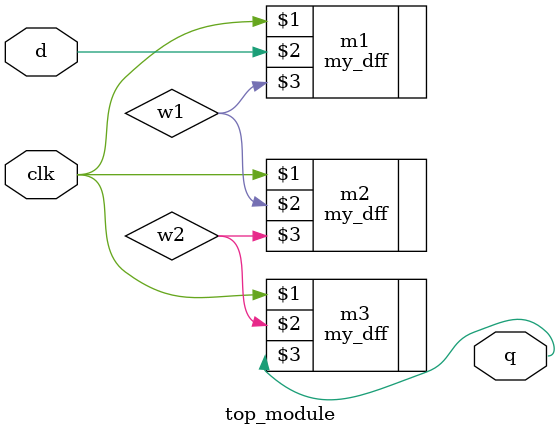
<source format=v>
module top_module ( input clk, input d, output q );
    wire w1,w2;
    my_dff m1(clk,d,w1);
    my_dff m2(clk,w1,w2);
    my_dff m3(clk,w2,q);

endmodule

</source>
